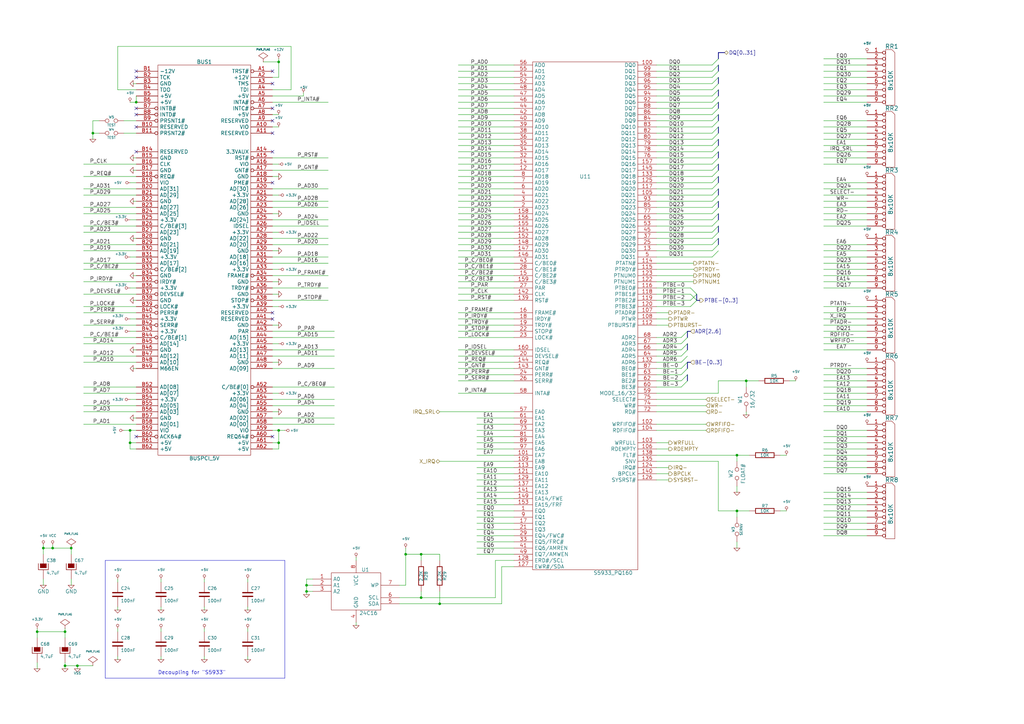
<source format=kicad_sch>
(kicad_sch (version 20200310) (host eeschema "(5.99.0-1545-g9916f24fa)")
  (page "A3")
  (title_block (title "Video") (date "Sun 22 Mar 2015") (rev "2.0B") (company "Kicad EDA") (comment 1 "Interface Bus PCI"))
  (junction (at 125.73 240.03))
  (junction (at 114.3 176.53))
  (junction (at 53.34 181.61))
  (junction (at 302.26 209.55))
  (junction (at 21.59 224.79))
  (junction (at 26.67 259.08))
  (junction (at 125.73 242.57))
  (junction (at 172.72 245.11))
  (junction (at 15.24 259.08))
  (junction (at 114.3 181.61))
  (junction (at 53.34 176.53))
  (junction (at 31.75 273.05))
  (junction (at 180.34 247.65))
  (junction (at 17.78 224.79))
  (junction (at 306.07 156.21))
  (junction (at 26.67 273.05))
  (junction (at 38.1 54.61))
  (junction (at 172.72 227.33))
  (junction (at 55.88 41.91))
  (junction (at 166.37 227.33))
  (junction (at 114.3 25.4))
  (junction (at 29.21 224.79))
  (junction (at 302.26 186.69))
  (no_connect (at 55.88 179.07))
  (no_connect (at 111.76 34.29))
  (no_connect (at 55.88 46.99))
  (no_connect (at 111.76 130.81))
  (no_connect (at 55.88 44.45))
  (no_connect (at 111.76 44.45))
  (no_connect (at 55.88 62.23))
  (no_connect (at 55.88 29.21))
  (no_connect (at 111.76 179.07))
  (no_connect (at 111.76 54.61))
  (no_connect (at 55.88 31.75))
  (no_connect (at 111.76 128.27))
  (no_connect (at 111.76 49.53))
  (no_connect (at 55.88 52.07))
  (no_connect (at 111.76 74.93))
  (no_connect (at 111.76 62.23))
  (no_connect (at 111.76 29.21))
  (bus_entry (at 279.4 138.43) (size 2.54 -2.54))
  (bus_entry (at 279.4 140.97) (size 2.54 -2.54))
  (bus_entry (at 279.4 143.51) (size 2.54 -2.54))
  (bus_entry (at 279.4 146.05) (size 2.54 -2.54))
  (bus_entry (at 279.4 148.59) (size 2.54 -2.54))
  (bus_entry (at 279.4 151.13) (size 2.54 -2.54))
  (bus_entry (at 279.4 153.67) (size 2.54 -2.54))
  (bus_entry (at 279.4 156.21) (size 2.54 -2.54))
  (bus_entry (at 279.4 158.75) (size 2.54 -2.54))
  (bus_entry (at 283.21 118.11) (size 2.54 2.54))
  (bus_entry (at 283.21 120.65) (size 2.54 2.54))
  (bus_entry (at 283.21 123.19) (size 2.54 -2.54))
  (bus_entry (at 283.21 125.73) (size 2.54 -2.54))
  (bus_entry (at 292.1 26.67) (size 2.54 -2.54))
  (bus_entry (at 292.1 29.21) (size 2.54 -2.54))
  (bus_entry (at 292.1 31.75) (size 2.54 -2.54))
  (bus_entry (at 292.1 34.29) (size 2.54 -2.54))
  (bus_entry (at 292.1 36.83) (size 2.54 -2.54))
  (bus_entry (at 292.1 39.37) (size 2.54 -2.54))
  (bus_entry (at 292.1 41.91) (size 2.54 -2.54))
  (bus_entry (at 292.1 44.45) (size 2.54 -2.54))
  (bus_entry (at 292.1 46.99) (size 2.54 -2.54))
  (bus_entry (at 292.1 49.53) (size 2.54 -2.54))
  (bus_entry (at 292.1 52.07) (size 2.54 -2.54))
  (bus_entry (at 292.1 54.61) (size 2.54 -2.54))
  (bus_entry (at 292.1 57.15) (size 2.54 -2.54))
  (bus_entry (at 292.1 59.69) (size 2.54 -2.54))
  (bus_entry (at 292.1 62.23) (size 2.54 -2.54))
  (bus_entry (at 292.1 64.77) (size 2.54 -2.54))
  (bus_entry (at 292.1 67.31) (size 2.54 -2.54))
  (bus_entry (at 292.1 69.85) (size 2.54 -2.54))
  (bus_entry (at 292.1 72.39) (size 2.54 -2.54))
  (bus_entry (at 292.1 74.93) (size 2.54 -2.54))
  (bus_entry (at 292.1 77.47) (size 2.54 -2.54))
  (bus_entry (at 292.1 80.01) (size 2.54 -2.54))
  (bus_entry (at 292.1 82.55) (size 2.54 -2.54))
  (bus_entry (at 292.1 85.09) (size 2.54 -2.54))
  (bus_entry (at 292.1 87.63) (size 2.54 -2.54))
  (bus_entry (at 292.1 90.17) (size 2.54 -2.54))
  (bus_entry (at 292.1 92.71) (size 2.54 -2.54))
  (bus_entry (at 292.1 95.25) (size 2.54 -2.54))
  (bus_entry (at 292.1 97.79) (size 2.54 -2.54))
  (bus_entry (at 292.1 100.33) (size 2.54 -2.54))
  (bus_entry (at 292.1 102.87) (size 2.54 -2.54))
  (bus_entry (at 292.1 105.41) (size 2.54 -2.54))
  (wire (pts (xy 15.24 257.81) (xy 15.24 259.08)))
  (wire (pts (xy 15.24 259.08) (xy 15.24 261.62)))
  (wire (pts (xy 15.24 259.08) (xy 26.67 259.08)))
  (wire (pts (xy 15.24 271.78) (xy 15.24 274.32)))
  (wire (pts (xy 17.78 223.52) (xy 17.78 224.79)))
  (wire (pts (xy 17.78 224.79) (xy 17.78 227.33)))
  (wire (pts (xy 17.78 224.79) (xy 21.59 224.79)))
  (wire (pts (xy 17.78 237.49) (xy 17.78 240.03)))
  (wire (pts (xy 21.59 223.52) (xy 21.59 224.79)))
  (wire (pts (xy 21.59 224.79) (xy 29.21 224.79)))
  (wire (pts (xy 26.67 257.81) (xy 26.67 259.08)))
  (wire (pts (xy 26.67 259.08) (xy 26.67 261.62)))
  (wire (pts (xy 26.67 271.78) (xy 26.67 273.05)))
  (wire (pts (xy 26.67 273.05) (xy 26.67 274.32)))
  (wire (pts (xy 26.67 273.05) (xy 31.75 273.05)))
  (wire (pts (xy 29.21 224.79) (xy 29.21 227.33)))
  (wire (pts (xy 29.21 237.49) (xy 29.21 240.03)))
  (wire (pts (xy 31.75 273.05) (xy 31.75 274.32)))
  (wire (pts (xy 31.75 273.05) (xy 38.1 273.05)))
  (wire (pts (xy 34.29 67.31) (xy 55.88 67.31)))
  (wire (pts (xy 34.29 72.39) (xy 55.88 72.39)))
  (wire (pts (xy 34.29 77.47) (xy 55.88 77.47)))
  (wire (pts (xy 34.29 80.01) (xy 55.88 80.01)))
  (wire (pts (xy 34.29 85.09) (xy 55.88 85.09)))
  (wire (pts (xy 34.29 87.63) (xy 55.88 87.63)))
  (wire (pts (xy 34.29 92.71) (xy 55.88 92.71)))
  (wire (pts (xy 34.29 95.25) (xy 55.88 95.25)))
  (wire (pts (xy 34.29 100.33) (xy 55.88 100.33)))
  (wire (pts (xy 34.29 102.87) (xy 55.88 102.87)))
  (wire (pts (xy 34.29 107.95) (xy 55.88 107.95)))
  (wire (pts (xy 34.29 110.49) (xy 55.88 110.49)))
  (wire (pts (xy 34.29 115.57) (xy 55.88 115.57)))
  (wire (pts (xy 34.29 120.65) (xy 55.88 120.65)))
  (wire (pts (xy 34.29 125.73) (xy 55.88 125.73)))
  (wire (pts (xy 34.29 128.27) (xy 55.88 128.27)))
  (wire (pts (xy 34.29 133.35) (xy 55.88 133.35)))
  (wire (pts (xy 34.29 138.43) (xy 55.88 138.43)))
  (wire (pts (xy 34.29 140.97) (xy 55.88 140.97)))
  (wire (pts (xy 34.29 146.05) (xy 55.88 146.05)))
  (wire (pts (xy 34.29 148.59) (xy 55.88 148.59)))
  (wire (pts (xy 34.29 158.75) (xy 55.88 158.75)))
  (wire (pts (xy 34.29 161.29) (xy 55.88 161.29)))
  (wire (pts (xy 34.29 166.37) (xy 55.88 166.37)))
  (wire (pts (xy 34.29 168.91) (xy 55.88 168.91)))
  (wire (pts (xy 34.29 173.99) (xy 55.88 173.99)))
  (wire (pts (xy 38.1 49.53) (xy 38.1 54.61)))
  (wire (pts (xy 38.1 54.61) (xy 38.1 57.15)))
  (wire (pts (xy 38.1 54.61) (xy 40.64 54.61)))
  (wire (pts (xy 40.64 49.53) (xy 38.1 49.53)))
  (wire (pts (xy 48.26 19.05) (xy 119.38 19.05)))
  (wire (pts (xy 48.26 36.83) (xy 48.26 19.05)))
  (wire (pts (xy 48.26 237.49) (xy 48.26 238.76)))
  (wire (pts (xy 48.26 248.92) (xy 48.26 250.19)))
  (wire (pts (xy 48.26 257.81) (xy 48.26 259.08)))
  (wire (pts (xy 48.26 269.24) (xy 48.26 270.51)))
  (wire (pts (xy 50.8 49.53) (xy 55.88 49.53)))
  (wire (pts (xy 50.8 54.61) (xy 55.88 54.61)))
  (wire (pts (xy 50.8 176.53) (xy 53.34 176.53)))
  (wire (pts (xy 53.34 74.93) (xy 55.88 74.93)))
  (wire (pts (xy 53.34 90.17) (xy 55.88 90.17)))
  (wire (pts (xy 53.34 105.41) (xy 55.88 105.41)))
  (wire (pts (xy 53.34 118.11) (xy 55.88 118.11)))
  (wire (pts (xy 53.34 130.81) (xy 55.88 130.81)))
  (wire (pts (xy 53.34 135.89) (xy 55.88 135.89)))
  (wire (pts (xy 53.34 163.83) (xy 55.88 163.83)))
  (wire (pts (xy 53.34 176.53) (xy 53.34 181.61)))
  (wire (pts (xy 53.34 176.53) (xy 55.88 176.53)))
  (wire (pts (xy 53.34 181.61) (xy 53.34 184.15)))
  (wire (pts (xy 53.34 181.61) (xy 55.88 181.61)))
  (wire (pts (xy 53.34 184.15) (xy 55.88 184.15)))
  (wire (pts (xy 54.61 69.85) (xy 55.88 69.85)))
  (wire (pts (xy 54.61 82.55) (xy 55.88 82.55)))
  (wire (pts (xy 54.61 97.79) (xy 55.88 97.79)))
  (wire (pts (xy 54.61 143.51) (xy 55.88 143.51)))
  (wire (pts (xy 54.61 171.45) (xy 55.88 171.45)))
  (wire (pts (xy 55.88 34.29) (xy 54.61 34.29)))
  (wire (pts (xy 55.88 36.83) (xy 48.26 36.83)))
  (wire (pts (xy 55.88 39.37) (xy 55.88 41.91)))
  (wire (pts (xy 55.88 41.91) (xy 53.34 41.91)))
  (wire (pts (xy 55.88 64.77) (xy 54.61 64.77)))
  (wire (pts (xy 55.88 113.03) (xy 54.61 113.03)))
  (wire (pts (xy 55.88 123.19) (xy 54.61 123.19)))
  (wire (pts (xy 55.88 151.13) (xy 54.61 151.13)))
  (wire (pts (xy 66.04 238.76) (xy 66.04 237.49)))
  (wire (pts (xy 66.04 250.19) (xy 66.04 248.92)))
  (wire (pts (xy 66.04 257.81) (xy 66.04 259.08)))
  (wire (pts (xy 66.04 269.24) (xy 66.04 270.51)))
  (wire (pts (xy 83.82 237.49) (xy 83.82 238.76)))
  (wire (pts (xy 83.82 250.19) (xy 83.82 248.92)))
  (wire (pts (xy 83.82 259.08) (xy 83.82 257.81)))
  (wire (pts (xy 83.82 269.24) (xy 83.82 270.51)))
  (wire (pts (xy 101.6 237.49) (xy 101.6 238.76)))
  (wire (pts (xy 101.6 250.19) (xy 101.6 248.92)))
  (wire (pts (xy 101.6 257.81) (xy 101.6 259.08)))
  (wire (pts (xy 101.6 269.24) (xy 101.6 270.51)))
  (wire (pts (xy 107.95 25.4) (xy 114.3 25.4)))
  (wire (pts (xy 111.76 36.83) (xy 119.38 36.83)))
  (wire (pts (xy 111.76 39.37) (xy 124.46 39.37)))
  (wire (pts (xy 111.76 41.91) (xy 134.62 41.91)))
  (wire (pts (xy 111.76 46.99) (xy 114.3 46.99)))
  (wire (pts (xy 111.76 52.07) (xy 114.3 52.07)))
  (wire (pts (xy 111.76 64.77) (xy 134.62 64.77)))
  (wire (pts (xy 111.76 67.31) (xy 114.3 67.31)))
  (wire (pts (xy 111.76 69.85) (xy 134.62 69.85)))
  (wire (pts (xy 111.76 72.39) (xy 114.3 72.39)))
  (wire (pts (xy 111.76 77.47) (xy 134.62 77.47)))
  (wire (pts (xy 111.76 80.01) (xy 114.3 80.01)))
  (wire (pts (xy 111.76 82.55) (xy 134.62 82.55)))
  (wire (pts (xy 111.76 85.09) (xy 134.62 85.09)))
  (wire (pts (xy 111.76 87.63) (xy 114.3 87.63)))
  (wire (pts (xy 111.76 90.17) (xy 134.62 90.17)))
  (wire (pts (xy 111.76 92.71) (xy 134.62 92.71)))
  (wire (pts (xy 111.76 95.25) (xy 114.3 95.25)))
  (wire (pts (xy 111.76 97.79) (xy 134.62 97.79)))
  (wire (pts (xy 111.76 100.33) (xy 134.62 100.33)))
  (wire (pts (xy 111.76 102.87) (xy 114.3 102.87)))
  (wire (pts (xy 111.76 105.41) (xy 134.62 105.41)))
  (wire (pts (xy 111.76 107.95) (xy 134.62 107.95)))
  (wire (pts (xy 111.76 110.49) (xy 114.3 110.49)))
  (wire (pts (xy 111.76 113.03) (xy 134.62 113.03)))
  (wire (pts (xy 111.76 115.57) (xy 114.3 115.57)))
  (wire (pts (xy 111.76 118.11) (xy 134.62 118.11)))
  (wire (pts (xy 111.76 120.65) (xy 114.3 120.65)))
  (wire (pts (xy 111.76 123.19) (xy 134.62 123.19)))
  (wire (pts (xy 111.76 125.73) (xy 114.3 125.73)))
  (wire (pts (xy 111.76 133.35) (xy 114.3 133.35)))
  (wire (pts (xy 111.76 135.89) (xy 137.16 135.89)))
  (wire (pts (xy 111.76 138.43) (xy 137.16 138.43)))
  (wire (pts (xy 111.76 140.97) (xy 114.3 140.97)))
  (wire (pts (xy 111.76 143.51) (xy 137.16 143.51)))
  (wire (pts (xy 111.76 146.05) (xy 137.16 146.05)))
  (wire (pts (xy 111.76 148.59) (xy 114.3 148.59)))
  (wire (pts (xy 111.76 151.13) (xy 137.16 151.13)))
  (wire (pts (xy 111.76 158.75) (xy 137.16 158.75)))
  (wire (pts (xy 111.76 161.29) (xy 114.3 161.29)))
  (wire (pts (xy 111.76 163.83) (xy 137.16 163.83)))
  (wire (pts (xy 111.76 166.37) (xy 137.16 166.37)))
  (wire (pts (xy 111.76 168.91) (xy 114.3 168.91)))
  (wire (pts (xy 111.76 171.45) (xy 137.16 171.45)))
  (wire (pts (xy 111.76 173.99) (xy 137.16 173.99)))
  (wire (pts (xy 111.76 176.53) (xy 114.3 176.53)))
  (wire (pts (xy 111.76 181.61) (xy 114.3 181.61)))
  (wire (pts (xy 114.3 24.13) (xy 114.3 25.4)))
  (wire (pts (xy 114.3 25.4) (xy 114.3 31.75)))
  (wire (pts (xy 114.3 31.75) (xy 111.76 31.75)))
  (wire (pts (xy 114.3 176.53) (xy 114.3 181.61)))
  (wire (pts (xy 114.3 176.53) (xy 116.84 176.53)))
  (wire (pts (xy 114.3 181.61) (xy 114.3 184.15)))
  (wire (pts (xy 114.3 184.15) (xy 111.76 184.15)))
  (wire (pts (xy 119.38 36.83) (xy 119.38 19.05)))
  (wire (pts (xy 124.46 39.37) (xy 124.46 38.1)))
  (wire (pts (xy 125.73 237.49) (xy 125.73 240.03)))
  (wire (pts (xy 125.73 237.49) (xy 128.27 237.49)))
  (wire (pts (xy 125.73 240.03) (xy 125.73 242.57)))
  (wire (pts (xy 125.73 240.03) (xy 128.27 240.03)))
  (wire (pts (xy 125.73 242.57) (xy 125.73 243.84)))
  (wire (pts (xy 125.73 242.57) (xy 128.27 242.57)))
  (wire (pts (xy 146.05 228.6) (xy 146.05 229.87)))
  (wire (pts (xy 146.05 255.27) (xy 146.05 256.54)))
  (wire (pts (xy 163.83 245.11) (xy 172.72 245.11)))
  (wire (pts (xy 163.83 247.65) (xy 180.34 247.65)))
  (wire (pts (xy 166.37 224.79) (xy 166.37 227.33)))
  (wire (pts (xy 166.37 227.33) (xy 166.37 240.03)))
  (wire (pts (xy 166.37 227.33) (xy 172.72 227.33)))
  (wire (pts (xy 166.37 240.03) (xy 163.83 240.03)))
  (wire (pts (xy 172.72 227.33) (xy 172.72 229.87)))
  (wire (pts (xy 172.72 227.33) (xy 180.34 227.33)))
  (wire (pts (xy 172.72 242.57) (xy 172.72 245.11)))
  (wire (pts (xy 172.72 245.11) (xy 203.2 245.11)))
  (wire (pts (xy 180.34 168.91) (xy 210.82 168.91)))
  (wire (pts (xy 180.34 189.23) (xy 210.82 189.23)))
  (wire (pts (xy 180.34 227.33) (xy 180.34 229.87)))
  (wire (pts (xy 180.34 242.57) (xy 180.34 247.65)))
  (wire (pts (xy 180.34 247.65) (xy 205.74 247.65)))
  (wire (pts (xy 187.96 26.67) (xy 210.82 26.67)))
  (wire (pts (xy 187.96 29.21) (xy 210.82 29.21)))
  (wire (pts (xy 187.96 31.75) (xy 210.82 31.75)))
  (wire (pts (xy 187.96 34.29) (xy 210.82 34.29)))
  (wire (pts (xy 187.96 36.83) (xy 210.82 36.83)))
  (wire (pts (xy 187.96 39.37) (xy 210.82 39.37)))
  (wire (pts (xy 187.96 41.91) (xy 210.82 41.91)))
  (wire (pts (xy 187.96 44.45) (xy 210.82 44.45)))
  (wire (pts (xy 187.96 46.99) (xy 210.82 46.99)))
  (wire (pts (xy 187.96 49.53) (xy 210.82 49.53)))
  (wire (pts (xy 187.96 52.07) (xy 210.82 52.07)))
  (wire (pts (xy 187.96 54.61) (xy 210.82 54.61)))
  (wire (pts (xy 187.96 57.15) (xy 210.82 57.15)))
  (wire (pts (xy 187.96 59.69) (xy 210.82 59.69)))
  (wire (pts (xy 187.96 62.23) (xy 210.82 62.23)))
  (wire (pts (xy 187.96 64.77) (xy 210.82 64.77)))
  (wire (pts (xy 187.96 67.31) (xy 210.82 67.31)))
  (wire (pts (xy 187.96 69.85) (xy 210.82 69.85)))
  (wire (pts (xy 187.96 72.39) (xy 210.82 72.39)))
  (wire (pts (xy 187.96 74.93) (xy 210.82 74.93)))
  (wire (pts (xy 187.96 77.47) (xy 210.82 77.47)))
  (wire (pts (xy 187.96 80.01) (xy 210.82 80.01)))
  (wire (pts (xy 187.96 82.55) (xy 210.82 82.55)))
  (wire (pts (xy 187.96 85.09) (xy 210.82 85.09)))
  (wire (pts (xy 187.96 87.63) (xy 210.82 87.63)))
  (wire (pts (xy 187.96 90.17) (xy 210.82 90.17)))
  (wire (pts (xy 187.96 92.71) (xy 210.82 92.71)))
  (wire (pts (xy 187.96 95.25) (xy 210.82 95.25)))
  (wire (pts (xy 187.96 97.79) (xy 210.82 97.79)))
  (wire (pts (xy 187.96 100.33) (xy 210.82 100.33)))
  (wire (pts (xy 187.96 102.87) (xy 210.82 102.87)))
  (wire (pts (xy 187.96 105.41) (xy 210.82 105.41)))
  (wire (pts (xy 187.96 107.95) (xy 210.82 107.95)))
  (wire (pts (xy 187.96 110.49) (xy 210.82 110.49)))
  (wire (pts (xy 187.96 113.03) (xy 210.82 113.03)))
  (wire (pts (xy 187.96 115.57) (xy 210.82 115.57)))
  (wire (pts (xy 187.96 118.11) (xy 210.82 118.11)))
  (wire (pts (xy 187.96 120.65) (xy 210.82 120.65)))
  (wire (pts (xy 187.96 123.19) (xy 210.82 123.19)))
  (wire (pts (xy 187.96 128.27) (xy 210.82 128.27)))
  (wire (pts (xy 187.96 130.81) (xy 210.82 130.81)))
  (wire (pts (xy 187.96 133.35) (xy 210.82 133.35)))
  (wire (pts (xy 187.96 135.89) (xy 210.82 135.89)))
  (wire (pts (xy 187.96 138.43) (xy 210.82 138.43)))
  (wire (pts (xy 187.96 143.51) (xy 210.82 143.51)))
  (wire (pts (xy 187.96 146.05) (xy 210.82 146.05)))
  (wire (pts (xy 187.96 148.59) (xy 210.82 148.59)))
  (wire (pts (xy 187.96 151.13) (xy 210.82 151.13)))
  (wire (pts (xy 187.96 153.67) (xy 210.82 153.67)))
  (wire (pts (xy 187.96 156.21) (xy 210.82 156.21)))
  (wire (pts (xy 187.96 161.29) (xy 210.82 161.29)))
  (wire (pts (xy 195.58 171.45) (xy 210.82 171.45)))
  (wire (pts (xy 195.58 173.99) (xy 210.82 173.99)))
  (wire (pts (xy 195.58 176.53) (xy 210.82 176.53)))
  (wire (pts (xy 195.58 179.07) (xy 210.82 179.07)))
  (wire (pts (xy 195.58 181.61) (xy 210.82 181.61)))
  (wire (pts (xy 195.58 184.15) (xy 210.82 184.15)))
  (wire (pts (xy 195.58 186.69) (xy 210.82 186.69)))
  (wire (pts (xy 195.58 191.77) (xy 210.82 191.77)))
  (wire (pts (xy 195.58 194.31) (xy 210.82 194.31)))
  (wire (pts (xy 195.58 196.85) (xy 210.82 196.85)))
  (wire (pts (xy 195.58 199.39) (xy 210.82 199.39)))
  (wire (pts (xy 195.58 201.93) (xy 210.82 201.93)))
  (wire (pts (xy 195.58 204.47) (xy 210.82 204.47)))
  (wire (pts (xy 195.58 207.01) (xy 210.82 207.01)))
  (wire (pts (xy 195.58 209.55) (xy 210.82 209.55)))
  (wire (pts (xy 195.58 212.09) (xy 210.82 212.09)))
  (wire (pts (xy 195.58 214.63) (xy 210.82 214.63)))
  (wire (pts (xy 195.58 217.17) (xy 210.82 217.17)))
  (wire (pts (xy 195.58 219.71) (xy 210.82 219.71)))
  (wire (pts (xy 195.58 222.25) (xy 210.82 222.25)))
  (wire (pts (xy 195.58 224.79) (xy 210.82 224.79)))
  (wire (pts (xy 195.58 227.33) (xy 210.82 227.33)))
  (wire (pts (xy 203.2 245.11) (xy 203.2 229.87)))
  (wire (pts (xy 205.74 247.65) (xy 205.74 232.41)))
  (wire (pts (xy 210.82 229.87) (xy 203.2 229.87)))
  (wire (pts (xy 210.82 232.41) (xy 205.74 232.41)))
  (wire (pts (xy 269.24 26.67) (xy 292.1 26.67)))
  (wire (pts (xy 269.24 29.21) (xy 292.1 29.21)))
  (wire (pts (xy 269.24 31.75) (xy 292.1 31.75)))
  (wire (pts (xy 269.24 34.29) (xy 292.1 34.29)))
  (wire (pts (xy 269.24 36.83) (xy 292.1 36.83)))
  (wire (pts (xy 269.24 39.37) (xy 292.1 39.37)))
  (wire (pts (xy 269.24 41.91) (xy 292.1 41.91)))
  (wire (pts (xy 269.24 44.45) (xy 292.1 44.45)))
  (wire (pts (xy 269.24 46.99) (xy 292.1 46.99)))
  (wire (pts (xy 269.24 49.53) (xy 292.1 49.53)))
  (wire (pts (xy 269.24 52.07) (xy 292.1 52.07)))
  (wire (pts (xy 269.24 54.61) (xy 292.1 54.61)))
  (wire (pts (xy 269.24 57.15) (xy 292.1 57.15)))
  (wire (pts (xy 269.24 59.69) (xy 292.1 59.69)))
  (wire (pts (xy 269.24 62.23) (xy 292.1 62.23)))
  (wire (pts (xy 269.24 64.77) (xy 292.1 64.77)))
  (wire (pts (xy 269.24 67.31) (xy 292.1 67.31)))
  (wire (pts (xy 269.24 69.85) (xy 292.1 69.85)))
  (wire (pts (xy 269.24 72.39) (xy 292.1 72.39)))
  (wire (pts (xy 269.24 74.93) (xy 292.1 74.93)))
  (wire (pts (xy 269.24 77.47) (xy 292.1 77.47)))
  (wire (pts (xy 269.24 80.01) (xy 292.1 80.01)))
  (wire (pts (xy 269.24 82.55) (xy 292.1 82.55)))
  (wire (pts (xy 269.24 85.09) (xy 292.1 85.09)))
  (wire (pts (xy 269.24 87.63) (xy 292.1 87.63)))
  (wire (pts (xy 269.24 90.17) (xy 292.1 90.17)))
  (wire (pts (xy 269.24 92.71) (xy 292.1 92.71)))
  (wire (pts (xy 269.24 95.25) (xy 292.1 95.25)))
  (wire (pts (xy 269.24 97.79) (xy 292.1 97.79)))
  (wire (pts (xy 269.24 100.33) (xy 292.1 100.33)))
  (wire (pts (xy 269.24 102.87) (xy 292.1 102.87)))
  (wire (pts (xy 269.24 105.41) (xy 292.1 105.41)))
  (wire (pts (xy 269.24 107.95) (xy 284.48 107.95)))
  (wire (pts (xy 269.24 110.49) (xy 284.48 110.49)))
  (wire (pts (xy 269.24 113.03) (xy 284.48 113.03)))
  (wire (pts (xy 269.24 115.57) (xy 284.48 115.57)))
  (wire (pts (xy 269.24 118.11) (xy 283.21 118.11)))
  (wire (pts (xy 269.24 120.65) (xy 283.21 120.65)))
  (wire (pts (xy 269.24 123.19) (xy 283.21 123.19)))
  (wire (pts (xy 269.24 125.73) (xy 283.21 125.73)))
  (wire (pts (xy 269.24 128.27) (xy 274.32 128.27)))
  (wire (pts (xy 269.24 130.81) (xy 274.32 130.81)))
  (wire (pts (xy 269.24 133.35) (xy 274.32 133.35)))
  (wire (pts (xy 269.24 138.43) (xy 279.4 138.43)))
  (wire (pts (xy 269.24 140.97) (xy 279.4 140.97)))
  (wire (pts (xy 269.24 143.51) (xy 279.4 143.51)))
  (wire (pts (xy 269.24 146.05) (xy 279.4 146.05)))
  (wire (pts (xy 269.24 148.59) (xy 279.4 148.59)))
  (wire (pts (xy 269.24 151.13) (xy 279.4 151.13)))
  (wire (pts (xy 269.24 153.67) (xy 279.4 153.67)))
  (wire (pts (xy 269.24 156.21) (xy 279.4 156.21)))
  (wire (pts (xy 269.24 158.75) (xy 279.4 158.75)))
  (wire (pts (xy 269.24 161.29) (xy 294.64 161.29)))
  (wire (pts (xy 269.24 163.83) (xy 289.56 163.83)))
  (wire (pts (xy 269.24 166.37) (xy 289.56 166.37)))
  (wire (pts (xy 269.24 168.91) (xy 289.56 168.91)))
  (wire (pts (xy 269.24 173.99) (xy 289.56 173.99)))
  (wire (pts (xy 269.24 176.53) (xy 289.56 176.53)))
  (wire (pts (xy 269.24 181.61) (xy 274.32 181.61)))
  (wire (pts (xy 269.24 184.15) (xy 274.32 184.15)))
  (wire (pts (xy 269.24 186.69) (xy 302.26 186.69)))
  (wire (pts (xy 269.24 189.23) (xy 294.64 189.23)))
  (wire (pts (xy 269.24 191.77) (xy 274.32 191.77)))
  (wire (pts (xy 269.24 194.31) (xy 274.32 194.31)))
  (wire (pts (xy 269.24 196.85) (xy 274.32 196.85)))
  (wire (pts (xy 294.64 156.21) (xy 306.07 156.21)))
  (wire (pts (xy 294.64 161.29) (xy 294.64 156.21)))
  (wire (pts (xy 294.64 189.23) (xy 294.64 209.55)))
  (wire (pts (xy 294.64 209.55) (xy 302.26 209.55)))
  (wire (pts (xy 302.26 186.69) (xy 302.26 189.23)))
  (wire (pts (xy 302.26 186.69) (xy 307.34 186.69)))
  (wire (pts (xy 302.26 199.39) (xy 302.26 201.93)))
  (wire (pts (xy 302.26 209.55) (xy 302.26 212.09)))
  (wire (pts (xy 302.26 209.55) (xy 307.34 209.55)))
  (wire (pts (xy 302.26 222.25) (xy 302.26 224.79)))
  (wire (pts (xy 306.07 156.21) (xy 306.07 158.75)))
  (wire (pts (xy 306.07 156.21) (xy 311.15 156.21)))
  (wire (pts (xy 306.07 170.18) (xy 306.07 168.91)))
  (wire (pts (xy 320.04 186.69) (xy 322.58 186.69)))
  (wire (pts (xy 320.04 209.55) (xy 322.58 209.55)))
  (wire (pts (xy 323.85 156.21) (xy 326.39 156.21)))
  (wire (pts (xy 337.82 24.13) (xy 355.6 24.13)))
  (wire (pts (xy 337.82 26.67) (xy 355.6 26.67)))
  (wire (pts (xy 337.82 29.21) (xy 355.6 29.21)))
  (wire (pts (xy 337.82 31.75) (xy 355.6 31.75)))
  (wire (pts (xy 337.82 34.29) (xy 355.6 34.29)))
  (wire (pts (xy 337.82 36.83) (xy 355.6 36.83)))
  (wire (pts (xy 337.82 39.37) (xy 355.6 39.37)))
  (wire (pts (xy 337.82 41.91) (xy 355.6 41.91)))
  (wire (pts (xy 337.82 49.53) (xy 355.6 49.53)))
  (wire (pts (xy 337.82 52.07) (xy 355.6 52.07)))
  (wire (pts (xy 337.82 54.61) (xy 355.6 54.61)))
  (wire (pts (xy 337.82 57.15) (xy 355.6 57.15)))
  (wire (pts (xy 337.82 59.69) (xy 355.6 59.69)))
  (wire (pts (xy 337.82 62.23) (xy 355.6 62.23)))
  (wire (pts (xy 337.82 64.77) (xy 355.6 64.77)))
  (wire (pts (xy 337.82 67.31) (xy 355.6 67.31)))
  (wire (pts (xy 337.82 74.93) (xy 355.6 74.93)))
  (wire (pts (xy 337.82 77.47) (xy 355.6 77.47)))
  (wire (pts (xy 337.82 80.01) (xy 355.6 80.01)))
  (wire (pts (xy 337.82 82.55) (xy 355.6 82.55)))
  (wire (pts (xy 337.82 85.09) (xy 355.6 85.09)))
  (wire (pts (xy 337.82 87.63) (xy 355.6 87.63)))
  (wire (pts (xy 337.82 90.17) (xy 355.6 90.17)))
  (wire (pts (xy 337.82 92.71) (xy 355.6 92.71)))
  (wire (pts (xy 337.82 100.33) (xy 355.6 100.33)))
  (wire (pts (xy 337.82 102.87) (xy 355.6 102.87)))
  (wire (pts (xy 337.82 105.41) (xy 355.6 105.41)))
  (wire (pts (xy 337.82 107.95) (xy 355.6 107.95)))
  (wire (pts (xy 337.82 110.49) (xy 355.6 110.49)))
  (wire (pts (xy 337.82 113.03) (xy 355.6 113.03)))
  (wire (pts (xy 337.82 115.57) (xy 355.6 115.57)))
  (wire (pts (xy 337.82 118.11) (xy 355.6 118.11)))
  (wire (pts (xy 337.82 125.73) (xy 355.6 125.73)))
  (wire (pts (xy 337.82 128.27) (xy 355.6 128.27)))
  (wire (pts (xy 337.82 130.81) (xy 355.6 130.81)))
  (wire (pts (xy 337.82 133.35) (xy 355.6 133.35)))
  (wire (pts (xy 337.82 135.89) (xy 355.6 135.89)))
  (wire (pts (xy 337.82 138.43) (xy 355.6 138.43)))
  (wire (pts (xy 337.82 140.97) (xy 355.6 140.97)))
  (wire (pts (xy 337.82 143.51) (xy 355.6 143.51)))
  (wire (pts (xy 337.82 151.13) (xy 355.6 151.13)))
  (wire (pts (xy 337.82 153.67) (xy 355.6 153.67)))
  (wire (pts (xy 337.82 156.21) (xy 355.6 156.21)))
  (wire (pts (xy 337.82 158.75) (xy 355.6 158.75)))
  (wire (pts (xy 337.82 161.29) (xy 355.6 161.29)))
  (wire (pts (xy 337.82 163.83) (xy 355.6 163.83)))
  (wire (pts (xy 337.82 166.37) (xy 355.6 166.37)))
  (wire (pts (xy 337.82 168.91) (xy 355.6 168.91)))
  (wire (pts (xy 337.82 176.53) (xy 355.6 176.53)))
  (wire (pts (xy 337.82 179.07) (xy 355.6 179.07)))
  (wire (pts (xy 337.82 181.61) (xy 355.6 181.61)))
  (wire (pts (xy 337.82 184.15) (xy 355.6 184.15)))
  (wire (pts (xy 337.82 186.69) (xy 355.6 186.69)))
  (wire (pts (xy 337.82 189.23) (xy 355.6 189.23)))
  (wire (pts (xy 337.82 191.77) (xy 355.6 191.77)))
  (wire (pts (xy 337.82 194.31) (xy 355.6 194.31)))
  (wire (pts (xy 337.82 201.93) (xy 355.6 201.93)))
  (wire (pts (xy 337.82 204.47) (xy 355.6 204.47)))
  (wire (pts (xy 337.82 207.01) (xy 355.6 207.01)))
  (wire (pts (xy 337.82 209.55) (xy 355.6 209.55)))
  (wire (pts (xy 337.82 212.09) (xy 355.6 212.09)))
  (wire (pts (xy 337.82 214.63) (xy 355.6 214.63)))
  (wire (pts (xy 337.82 217.17) (xy 355.6 217.17)))
  (wire (pts (xy 337.82 219.71) (xy 355.6 219.71)))
  (bus (pts (xy 281.94 135.89) (xy 281.94 140.97)))
  (bus (pts (xy 281.94 135.89) (xy 283.21 135.89)))
  (bus (pts (xy 281.94 140.97) (xy 281.94 146.05)))
  (bus (pts (xy 281.94 148.59) (xy 281.94 153.67)))
  (bus (pts (xy 281.94 148.59) (xy 283.21 148.59)))
  (bus (pts (xy 281.94 153.67) (xy 281.94 156.21)))
  (bus (pts (xy 285.75 123.19) (xy 285.75 120.65)))
  (bus (pts (xy 287.02 123.19) (xy 285.75 123.19)))
  (bus (pts (xy 294.64 21.59) (xy 294.64 26.67)))
  (bus (pts (xy 294.64 21.59) (xy 297.18 21.59)))
  (bus (pts (xy 294.64 26.67) (xy 294.64 31.75)))
  (bus (pts (xy 294.64 31.75) (xy 294.64 36.83)))
  (bus (pts (xy 294.64 36.83) (xy 294.64 41.91)))
  (bus (pts (xy 294.64 41.91) (xy 294.64 46.99)))
  (bus (pts (xy 294.64 46.99) (xy 294.64 52.07)))
  (bus (pts (xy 294.64 52.07) (xy 294.64 57.15)))
  (bus (pts (xy 294.64 57.15) (xy 294.64 62.23)))
  (bus (pts (xy 294.64 62.23) (xy 294.64 67.31)))
  (bus (pts (xy 294.64 67.31) (xy 294.64 72.39)))
  (bus (pts (xy 294.64 72.39) (xy 294.64 77.47)))
  (bus (pts (xy 294.64 77.47) (xy 294.64 82.55)))
  (bus (pts (xy 294.64 82.55) (xy 294.64 87.63)))
  (bus (pts (xy 294.64 87.63) (xy 294.64 92.71)))
  (bus (pts (xy 294.64 92.71) (xy 294.64 97.79)))
  (bus (pts (xy 294.64 97.79) (xy 294.64 102.87)))
  (polyline (pts (xy 43.18 278.13) (xy 43.18 229.87)))
  (polyline (pts (xy 43.18 278.13) (xy 116.84 278.13)))
  (polyline (pts (xy 116.84 229.87) (xy 43.18 229.87)))
  (polyline (pts (xy 116.84 278.13) (xy 116.84 229.87)))
  (text "Decoupling for \"S5933\"" (at 64.77 276.86 0) (effects (font (size 1.524 1.524)) (justify left bottom)))
  (label "P_CLK" (at 36.83 67.31 0) (effects (font (size 1.524 1.524))))
  (label "P_REQ#" (at 36.83 72.39 0) (effects (font (size 1.524 1.524))))
  (label "P_AD31" (at 36.83 77.47 0) (effects (font (size 1.524 1.524))))
  (label "P_AD29" (at 36.83 80.01 0) (effects (font (size 1.524 1.524))))
  (label "P_AD27" (at 36.83 85.09 0) (effects (font (size 1.524 1.524))))
  (label "P_AD25" (at 36.83 87.63 0) (effects (font (size 1.524 1.524))))
  (label "P_C/BE3#" (at 36.83 92.71 0) (effects (font (size 1.524 1.524))))
  (label "P_AD23" (at 36.83 95.25 0) (effects (font (size 1.524 1.524))))
  (label "P_AD21" (at 36.83 100.33 0) (effects (font (size 1.524 1.524))))
  (label "P_AD19" (at 36.83 102.87 0) (effects (font (size 1.524 1.524))))
  (label "P_AD17" (at 36.83 107.95 0) (effects (font (size 1.524 1.524))))
  (label "P_C/BE2#" (at 36.83 110.49 0) (effects (font (size 1.524 1.524))))
  (label "P_IRDY#" (at 36.83 115.57 0) (effects (font (size 1.524 1.524))))
  (label "P_DEVSEL#" (at 36.83 120.65 0) (effects (font (size 1.524 1.524))))
  (label "P_LOCK#" (at 36.83 125.73 0) (effects (font (size 1.524 1.524))))
  (label "P_PERR#" (at 36.83 128.27 0) (effects (font (size 1.524 1.524))))
  (label "P_SERR#" (at 36.83 133.35 0) (effects (font (size 1.524 1.524))))
  (label "P_C/BE1#" (at 36.83 138.43 0) (effects (font (size 1.524 1.524))))
  (label "P_AD14" (at 38.1 140.97 0) (effects (font (size 1.524 1.524))))
  (label "P_AD12" (at 38.1 146.05 0) (effects (font (size 1.524 1.524))))
  (label "P_AD10" (at 38.1 148.59 0) (effects (font (size 1.524 1.524))))
  (label "P_AD8" (at 38.1 158.75 0) (effects (font (size 1.524 1.524))))
  (label "P_AD7" (at 38.1 161.29 0) (effects (font (size 1.524 1.524))))
  (label "P_AD5" (at 38.1 166.37 0) (effects (font (size 1.524 1.524))))
  (label "P_AD3" (at 38.1 168.91 0) (effects (font (size 1.524 1.524))))
  (label "P_AD1" (at 38.1 173.99 0) (effects (font (size 1.524 1.524))))
  (label "P_INTA#" (at 121.92 41.91 0) (effects (font (size 1.524 1.524))))
  (label "P_RST#" (at 121.92 64.77 0) (effects (font (size 1.524 1.524))))
  (label "P_GNT#" (at 121.92 69.85 0) (effects (font (size 1.524 1.524))))
  (label "P_AD30" (at 121.92 77.47 0) (effects (font (size 1.524 1.524))))
  (label "P_AD28" (at 121.92 82.55 0) (effects (font (size 1.524 1.524))))
  (label "P_AD26" (at 121.92 85.09 0) (effects (font (size 1.524 1.524))))
  (label "P_AD24" (at 121.92 90.17 0) (effects (font (size 1.524 1.524))))
  (label "P_IDSEL" (at 121.92 92.71 0) (effects (font (size 1.524 1.524))))
  (label "P_AD22" (at 121.92 97.79 0) (effects (font (size 1.524 1.524))))
  (label "P_AD20" (at 121.92 100.33 0) (effects (font (size 1.524 1.524))))
  (label "P_AD18" (at 121.92 105.41 0) (effects (font (size 1.524 1.524))))
  (label "P_AD16" (at 121.92 107.95 0) (effects (font (size 1.524 1.524))))
  (label "P_FRAME#" (at 121.92 113.03 0) (effects (font (size 1.524 1.524))))
  (label "P_TRDY#" (at 121.92 118.11 0) (effects (font (size 1.524 1.524))))
  (label "P_STOP#" (at 121.92 123.19 0) (effects (font (size 1.524 1.524))))
  (label "P_PAR" (at 121.92 135.89 0) (effects (font (size 1.524 1.524))))
  (label "P_AD15" (at 121.92 138.43 0) (effects (font (size 1.524 1.524))))
  (label "P_AD13" (at 121.92 143.51 0) (effects (font (size 1.524 1.524))))
  (label "P_AD11" (at 121.92 146.05 0) (effects (font (size 1.524 1.524))))
  (label "P_AD9" (at 121.92 151.13 0) (effects (font (size 1.524 1.524))))
  (label "P_C/BE0#" (at 121.92 158.75 0) (effects (font (size 1.524 1.524))))
  (label "P_AD6" (at 121.92 163.83 0) (effects (font (size 1.524 1.524))))
  (label "P_AD4" (at 121.92 166.37 0) (effects (font (size 1.524 1.524))))
  (label "P_AD2" (at 121.92 171.45 0) (effects (font (size 1.524 1.524))))
  (label "P_AD0" (at 121.92 173.99 0) (effects (font (size 1.524 1.524))))
  (label "P_C/BE0#" (at 190.5 107.95 0) (effects (font (size 1.524 1.524))))
  (label "P_C/BE1#" (at 190.5 110.49 0) (effects (font (size 1.524 1.524))))
  (label "P_C/BE2#" (at 190.5 113.03 0) (effects (font (size 1.524 1.524))))
  (label "P_C/BE3#" (at 190.5 115.57 0) (effects (font (size 1.524 1.524))))
  (label "P_FRAME#" (at 190.5 128.27 0) (effects (font (size 1.524 1.524))))
  (label "P_IRDY#" (at 190.5 130.81 0) (effects (font (size 1.524 1.524))))
  (label "P_TRDY#" (at 190.5 133.35 0) (effects (font (size 1.524 1.524))))
  (label "P_STOP#" (at 190.5 135.89 0) (effects (font (size 1.524 1.524))))
  (label "P_LOCK#" (at 190.5 138.43 0) (effects (font (size 1.524 1.524))))
  (label "P_IDSEL" (at 190.5 143.51 0) (effects (font (size 1.524 1.524))))
  (label "P_DEVSEL#" (at 190.5 146.05 0) (effects (font (size 1.524 1.524))))
  (label "P_REQ#" (at 190.5 148.59 0) (effects (font (size 1.524 1.524))))
  (label "P_GNT#" (at 190.5 151.13 0) (effects (font (size 1.524 1.524))))
  (label "P_PERR#" (at 190.5 153.67 0) (effects (font (size 1.524 1.524))))
  (label "P_SERR#" (at 190.5 156.21 0) (effects (font (size 1.524 1.524))))
  (label "P_INTA#" (at 190.5 161.29 0) (effects (font (size 1.524 1.524))))
  (label "P_AD0" (at 193.04 26.67 0) (effects (font (size 1.524 1.524))))
  (label "P_AD1" (at 193.04 29.21 0) (effects (font (size 1.524 1.524))))
  (label "P_AD2" (at 193.04 31.75 0) (effects (font (size 1.524 1.524))))
  (label "P_AD3" (at 193.04 34.29 0) (effects (font (size 1.524 1.524))))
  (label "P_AD4" (at 193.04 36.83 0) (effects (font (size 1.524 1.524))))
  (label "P_AD5" (at 193.04 39.37 0) (effects (font (size 1.524 1.524))))
  (label "P_AD6" (at 193.04 41.91 0) (effects (font (size 1.524 1.524))))
  (label "P_AD7" (at 193.04 44.45 0) (effects (font (size 1.524 1.524))))
  (label "P_AD8" (at 193.04 46.99 0) (effects (font (size 1.524 1.524))))
  (label "P_AD9" (at 193.04 49.53 0) (effects (font (size 1.524 1.524))))
  (label "P_AD10" (at 193.04 52.07 0) (effects (font (size 1.524 1.524))))
  (label "P_AD11" (at 193.04 54.61 0) (effects (font (size 1.524 1.524))))
  (label "P_AD12" (at 193.04 57.15 0) (effects (font (size 1.524 1.524))))
  (label "P_AD13" (at 193.04 59.69 0) (effects (font (size 1.524 1.524))))
  (label "P_AD14" (at 193.04 62.23 0) (effects (font (size 1.524 1.524))))
  (label "P_AD15" (at 193.04 64.77 0) (effects (font (size 1.524 1.524))))
  (label "P_AD16" (at 193.04 67.31 0) (effects (font (size 1.524 1.524))))
  (label "P_AD17" (at 193.04 69.85 0) (effects (font (size 1.524 1.524))))
  (label "P_AD18" (at 193.04 72.39 0) (effects (font (size 1.524 1.524))))
  (label "P_AD19" (at 193.04 74.93 0) (effects (font (size 1.524 1.524))))
  (label "P_AD20" (at 193.04 77.47 0) (effects (font (size 1.524 1.524))))
  (label "P_AD21" (at 193.04 80.01 0) (effects (font (size 1.524 1.524))))
  (label "P_AD22" (at 193.04 82.55 0) (effects (font (size 1.524 1.524))))
  (label "P_AD23" (at 193.04 85.09 0) (effects (font (size 1.524 1.524))))
  (label "P_AD24" (at 193.04 87.63 0) (effects (font (size 1.524 1.524))))
  (label "P_AD25" (at 193.04 90.17 0) (effects (font (size 1.524 1.524))))
  (label "P_AD26" (at 193.04 92.71 0) (effects (font (size 1.524 1.524))))
  (label "P_AD27" (at 193.04 95.25 0) (effects (font (size 1.524 1.524))))
  (label "P_AD28" (at 193.04 97.79 0) (effects (font (size 1.524 1.524))))
  (label "P_AD29" (at 193.04 100.33 0) (effects (font (size 1.524 1.524))))
  (label "P_AD30" (at 193.04 102.87 0) (effects (font (size 1.524 1.524))))
  (label "P_AD31" (at 193.04 105.41 0) (effects (font (size 1.524 1.524))))
  (label "P_PAR" (at 193.04 118.11 0) (effects (font (size 1.524 1.524))))
  (label "P_CLK" (at 193.04 120.65 0) (effects (font (size 1.524 1.524))))
  (label "P_RST#" (at 193.04 123.19 0) (effects (font (size 1.524 1.524))))
  (label "EA1" (at 198.12 171.45 0) (effects (font (size 1.524 1.524))))
  (label "EA2" (at 198.12 173.99 0) (effects (font (size 1.524 1.524))))
  (label "EA3" (at 198.12 176.53 0) (effects (font (size 1.524 1.524))))
  (label "EA4" (at 198.12 179.07 0) (effects (font (size 1.524 1.524))))
  (label "EA5" (at 198.12 181.61 0) (effects (font (size 1.524 1.524))))
  (label "EA6" (at 198.12 184.15 0) (effects (font (size 1.524 1.524))))
  (label "EA7" (at 198.12 186.69 0) (effects (font (size 1.524 1.524))))
  (label "EA9" (at 198.12 191.77 0) (effects (font (size 1.524 1.524))))
  (label "EA10" (at 198.12 194.31 0) (effects (font (size 1.524 1.524))))
  (label "EA11" (at 198.12 196.85 0) (effects (font (size 1.524 1.524))))
  (label "EA12" (at 198.12 199.39 0) (effects (font (size 1.524 1.524))))
  (label "EA13" (at 198.12 201.93 0) (effects (font (size 1.524 1.524))))
  (label "EA14" (at 198.12 204.47 0) (effects (font (size 1.524 1.524))))
  (label "EA15" (at 198.12 207.01 0) (effects (font (size 1.524 1.524))))
  (label "EQ0" (at 198.12 209.55 0) (effects (font (size 1.524 1.524))))
  (label "EQ1" (at 198.12 212.09 0) (effects (font (size 1.524 1.524))))
  (label "EQ2" (at 198.12 214.63 0) (effects (font (size 1.524 1.524))))
  (label "EQ3" (at 198.12 217.17 0) (effects (font (size 1.524 1.524))))
  (label "EQ4" (at 198.12 219.71 0) (effects (font (size 1.524 1.524))))
  (label "EQ5" (at 198.12 222.25 0) (effects (font (size 1.524 1.524))))
  (label "EQ6" (at 198.12 224.79 0) (effects (font (size 1.524 1.524))))
  (label "EQ7" (at 198.12 227.33 0) (effects (font (size 1.524 1.524))))
  (label "PTBE-0" (at 271.78 118.11 0) (effects (font (size 1.524 1.524))))
  (label "PTBE-1" (at 271.78 120.65 0) (effects (font (size 1.524 1.524))))
  (label "PTBE-2" (at 271.78 123.19 0) (effects (font (size 1.524 1.524))))
  (label "PTBE-3" (at 271.78 125.73 0) (effects (font (size 1.524 1.524))))
  (label "ADR2" (at 271.78 138.43 0) (effects (font (size 1.524 1.524))))
  (label "ADR3" (at 271.78 140.97 0) (effects (font (size 1.524 1.524))))
  (label "ADR4" (at 271.78 143.51 0) (effects (font (size 1.524 1.524))))
  (label "ADR5" (at 271.78 146.05 0) (effects (font (size 1.524 1.524))))
  (label "ADR6" (at 271.78 148.59 0) (effects (font (size 1.524 1.524))))
  (label "BE-0" (at 271.78 151.13 0) (effects (font (size 1.524 1.524))))
  (label "BE-1" (at 271.78 153.67 0) (effects (font (size 1.524 1.524))))
  (label "BE-2" (at 271.78 156.21 0) (effects (font (size 1.524 1.524))))
  (label "BE-3" (at 271.78 158.75 0) (effects (font (size 1.524 1.524))))
  (label "DQ0" (at 274.32 26.67 0) (effects (font (size 1.524 1.524))))
  (label "DQ1" (at 274.32 29.21 0) (effects (font (size 1.524 1.524))))
  (label "DQ2" (at 274.32 31.75 0) (effects (font (size 1.524 1.524))))
  (label "DQ3" (at 274.32 34.29 0) (effects (font (size 1.524 1.524))))
  (label "DQ4" (at 274.32 36.83 0) (effects (font (size 1.524 1.524))))
  (label "DQ5" (at 274.32 39.37 0) (effects (font (size 1.524 1.524))))
  (label "DQ6" (at 274.32 41.91 0) (effects (font (size 1.524 1.524))))
  (label "DQ7" (at 274.32 44.45 0) (effects (font (size 1.524 1.524))))
  (label "DQ8" (at 274.32 46.99 0) (effects (font (size 1.524 1.524))))
  (label "DQ9" (at 274.32 49.53 0) (effects (font (size 1.524 1.524))))
  (label "DQ10" (at 274.32 52.07 0) (effects (font (size 1.524 1.524))))
  (label "DQ11" (at 274.32 54.61 0) (effects (font (size 1.524 1.524))))
  (label "DQ12" (at 274.32 57.15 0) (effects (font (size 1.524 1.524))))
  (label "DQ13" (at 274.32 59.69 0) (effects (font (size 1.524 1.524))))
  (label "DQ14" (at 274.32 62.23 0) (effects (font (size 1.524 1.524))))
  (label "DQ15" (at 274.32 64.77 0) (effects (font (size 1.524 1.524))))
  (label "DQ16" (at 274.32 67.31 0) (effects (font (size 1.524 1.524))))
  (label "DQ17" (at 274.32 69.85 0) (effects (font (size 1.524 1.524))))
  (label "DQ18" (at 274.32 72.39 0) (effects (font (size 1.524 1.524))))
  (label "DQ19" (at 274.32 74.93 0) (effects (font (size 1.524 1.524))))
  (label "DQ20" (at 274.32 77.47 0) (effects (font (size 1.524 1.524))))
  (label "DQ21" (at 274.32 80.01 0) (effects (font (size 1.524 1.524))))
  (label "DQ22" (at 274.32 82.55 0) (effects (font (size 1.524 1.524))))
  (label "DQ23" (at 274.32 85.09 0) (effects (font (size 1.524 1.524))))
  (label "DQ24" (at 274.32 87.63 0) (effects (font (size 1.524 1.524))))
  (label "DQ25" (at 274.32 90.17 0) (effects (font (size 1.524 1.524))))
  (label "DQ26" (at 274.32 92.71 0) (effects (font (size 1.524 1.524))))
  (label "DQ27" (at 274.32 95.25 0) (effects (font (size 1.524 1.524))))
  (label "DQ28" (at 274.32 97.79 0) (effects (font (size 1.524 1.524))))
  (label "DQ29" (at 274.32 100.33 0) (effects (font (size 1.524 1.524))))
  (label "DQ30" (at 274.32 102.87 0) (effects (font (size 1.524 1.524))))
  (label "DQ31" (at 274.32 105.41 0) (effects (font (size 1.524 1.524))))
  (label "IRQ_SRL" (at 340.36 62.23 0) (effects (font (size 1.524 1.524))))
  (label "SELECT-" (at 340.36 80.01 0) (effects (font (size 1.524 1.524))))
  (label "PTATN-" (at 340.36 125.73 0) (effects (font (size 1.524 1.524))))
  (label "X_IRQ" (at 340.36 130.81 0) (effects (font (size 1.524 1.524))))
  (label "PTADR-" (at 340.36 133.35 0) (effects (font (size 1.524 1.524))))
  (label "RDFIFO-" (at 340.36 138.43 0) (effects (font (size 1.524 1.524))))
  (label "WRFIFO-" (at 340.36 140.97 0) (effects (font (size 1.524 1.524))))
  (label "PTRDY-" (at 340.36 151.13 0) (effects (font (size 1.524 1.524))))
  (label "EQ0" (at 342.9 24.13 0) (effects (font (size 1.524 1.524))))
  (label "DQ31" (at 342.9 26.67 0) (effects (font (size 1.524 1.524))))
  (label "EQ1" (at 342.9 29.21 0) (effects (font (size 1.524 1.524))))
  (label "DQ30" (at 342.9 31.75 0) (effects (font (size 1.524 1.524))))
  (label "EQ2" (at 342.9 34.29 0) (effects (font (size 1.524 1.524))))
  (label "EQ3" (at 342.9 36.83 0) (effects (font (size 1.524 1.524))))
  (label "DQ29" (at 342.9 39.37 0) (effects (font (size 1.524 1.524))))
  (label "EQ4" (at 342.9 41.91 0) (effects (font (size 1.524 1.524))))
  (label "EQ6" (at 342.9 49.53 0) (effects (font (size 1.524 1.524))))
  (label "DQ28" (at 342.9 52.07 0) (effects (font (size 1.524 1.524))))
  (label "EQ5" (at 342.9 54.61 0) (effects (font (size 1.524 1.524))))
  (label "DQ27" (at 342.9 57.15 0) (effects (font (size 1.524 1.524))))
  (label "EA1" (at 342.9 59.69 0) (effects (font (size 1.524 1.524))))
  (label "DQ26" (at 342.9 64.77 0) (effects (font (size 1.524 1.524))))
  (label "EQ7" (at 342.9 67.31 0) (effects (font (size 1.524 1.524))))
  (label "EA4" (at 342.9 74.93 0) (effects (font (size 1.524 1.524))))
  (label "DQ24" (at 342.9 77.47 0) (effects (font (size 1.524 1.524))))
  (label "WR-" (at 342.9 82.55 0) (effects (font (size 1.524 1.524))))
  (label "EA3" (at 342.9 85.09 0) (effects (font (size 1.524 1.524))))
  (label "RD-" (at 342.9 87.63 0) (effects (font (size 1.524 1.524))))
  (label "EA2" (at 342.9 90.17 0) (effects (font (size 1.524 1.524))))
  (label "DQ25" (at 342.9 92.71 0) (effects (font (size 1.524 1.524))))
  (label "EA6" (at 342.9 100.33 0) (effects (font (size 1.524 1.524))))
  (label "DQ22" (at 342.9 102.87 0) (effects (font (size 1.524 1.524))))
  (label "EA5" (at 342.9 105.41 0) (effects (font (size 1.524 1.524))))
  (label "DQ23" (at 342.9 107.95 0) (effects (font (size 1.524 1.524))))
  (label "EA15" (at 342.9 110.49 0) (effects (font (size 1.524 1.524))))
  (label "DQ16" (at 342.9 113.03 0) (effects (font (size 1.524 1.524))))
  (label "EA14" (at 342.9 115.57 0) (effects (font (size 1.524 1.524))))
  (label "DQ17" (at 342.9 118.11 0) (effects (font (size 1.524 1.524))))
  (label "EA9" (at 342.9 128.27 0) (effects (font (size 1.524 1.524))))
  (label "DQ21" (at 342.9 135.89 0) (effects (font (size 1.524 1.524))))
  (label "EA7" (at 342.9 143.51 0) (effects (font (size 1.524 1.524))))
  (label "DQ20" (at 342.9 153.67 0) (effects (font (size 1.524 1.524))))
  (label "EA13" (at 342.9 156.21 0) (effects (font (size 1.524 1.524))))
  (label "EA12" (at 342.9 158.75 0) (effects (font (size 1.524 1.524))))
  (label "DQ18" (at 342.9 161.29 0) (effects (font (size 1.524 1.524))))
  (label "EA11" (at 342.9 163.83 0) (effects (font (size 1.524 1.524))))
  (label "DQ19" (at 342.9 166.37 0) (effects (font (size 1.524 1.524))))
  (label "EA10" (at 342.9 168.91 0) (effects (font (size 1.524 1.524))))
  (label "DQ0" (at 342.9 176.53 0) (effects (font (size 1.524 1.524))))
  (label "DQ1" (at 342.9 179.07 0) (effects (font (size 1.524 1.524))))
  (label "DQ2" (at 342.9 181.61 0) (effects (font (size 1.524 1.524))))
  (label "DQ3" (at 342.9 184.15 0) (effects (font (size 1.524 1.524))))
  (label "DQ4" (at 342.9 186.69 0) (effects (font (size 1.524 1.524))))
  (label "DQ5" (at 342.9 189.23 0) (effects (font (size 1.524 1.524))))
  (label "DQ6" (at 342.9 191.77 0) (effects (font (size 1.524 1.524))))
  (label "DQ7" (at 342.9 194.31 0) (effects (font (size 1.524 1.524))))
  (label "DQ15" (at 342.9 201.93 0) (effects (font (size 1.524 1.524))))
  (label "DQ14" (at 342.9 204.47 0) (effects (font (size 1.524 1.524))))
  (label "DQ13" (at 342.9 207.01 0) (effects (font (size 1.524 1.524))))
  (label "DQ12" (at 342.9 209.55 0) (effects (font (size 1.524 1.524))))
  (label "DQ11" (at 342.9 212.09 0) (effects (font (size 1.524 1.524))))
  (label "DQ10" (at 342.9 214.63 0) (effects (font (size 1.524 1.524))))
  (label "DQ9" (at 342.9 217.17 0) (effects (font (size 1.524 1.524))))
  (label "DQ8" (at 342.9 219.71 0) (effects (font (size 1.524 1.524))))
  (hierarchical_label "IRQ_SRL" (shape bidirectional) (at 180.34 168.91 180) (effects (font (size 1.524 1.524))))
  (hierarchical_label "X_IRQ" (shape bidirectional) (at 180.34 189.23 180) (effects (font (size 1.524 1.524))))
  (hierarchical_label "PTADR-" (shape output) (at 274.32 128.27 0) (effects (font (size 1.524 1.524))))
  (hierarchical_label "PTWR" (shape output) (at 274.32 130.81 0) (effects (font (size 1.524 1.524))))
  (hierarchical_label "PTBURST-" (shape output) (at 274.32 133.35 0) (effects (font (size 1.524 1.524))))
  (hierarchical_label "WRFULL" (shape output) (at 274.32 181.61 0) (effects (font (size 1.524 1.524))))
  (hierarchical_label "RDEMPTY" (shape output) (at 274.32 184.15 0) (effects (font (size 1.524 1.524))))
  (hierarchical_label "IRQ-" (shape output) (at 274.32 191.77 0) (effects (font (size 1.524 1.524))))
  (hierarchical_label "BPCLK" (shape output) (at 274.32 194.31 0) (effects (font (size 1.524 1.524))))
  (hierarchical_label "SYSRST-" (shape output) (at 274.32 196.85 0) (effects (font (size 1.524 1.524))))
  (hierarchical_label "ADR[2..6]" (shape input) (at 283.21 135.89 0) (effects (font (size 1.524 1.524))))
  (hierarchical_label "BE-[0..3]" (shape input) (at 283.21 148.59 0) (effects (font (size 1.524 1.524))))
  (hierarchical_label "PTATN-" (shape output) (at 284.48 107.95 0) (effects (font (size 1.524 1.524))))
  (hierarchical_label "PTRDY-" (shape input) (at 284.48 110.49 0) (effects (font (size 1.524 1.524))))
  (hierarchical_label "PTNUM0" (shape output) (at 284.48 113.03 0) (effects (font (size 1.524 1.524))))
  (hierarchical_label "PTNUM1" (shape output) (at 284.48 115.57 0) (effects (font (size 1.524 1.524))))
  (hierarchical_label "PTBE-[0..3]" (shape output) (at 287.02 123.19 0) (effects (font (size 1.524 1.524))))
  (hierarchical_label "SELECT-" (shape input) (at 289.56 163.83 0) (effects (font (size 1.524 1.524))))
  (hierarchical_label "WR-" (shape input) (at 289.56 166.37 0) (effects (font (size 1.524 1.524))))
  (hierarchical_label "RD-" (shape input) (at 289.56 168.91 0) (effects (font (size 1.524 1.524))))
  (hierarchical_label "WRFIFO-" (shape input) (at 289.56 173.99 0) (effects (font (size 1.524 1.524))))
  (hierarchical_label "RDFIFO-" (shape input) (at 289.56 176.53 0) (effects (font (size 1.524 1.524))))
  (hierarchical_label "DQ[0..31]" (shape bidirectional) (at 297.18 21.59 0) (effects (font (size 1.524 1.524))))
  (symbol (lib_id "video_schlib:+12V") (at 114.3 24.13 0) (unit 1)
    (property "Reference" "#+0131" (effects hide))
    (property "Value" "+12V" (at 114.3 20.32 0) (effects (font (size 1.016 1.016))))
  )
  (symbol (lib_id "video_schlib:+5V") (at 17.78 223.52 0) (unit 1)
    (property "Reference" "#+0129" (effects hide))
    (property "Value" "+5V" (at 17.78 219.71 0) (effects (font (size 1.016 1.016))))
  )
  (symbol (lib_id "video_schlib:VCC") (at 21.59 223.52 0) (unit 1)
    (property "Reference" "#PWR081" (effects hide))
    (property "Value" "VCC" (at 21.59 219.71 0) (effects (font (size 1.016 1.016))))
  )
  (symbol (lib_id "video_schlib:+5V") (at 48.26 237.49 0) (unit 1)
    (property "Reference" "#+0119" (effects hide))
    (property "Value" "+5V" (at 48.26 233.68 0) (effects (font (size 1.016 1.016))))
  )
  (symbol (lib_id "video_schlib:+5V") (at 48.26 257.81 0) (unit 1)
    (property "Reference" "#+0123" (effects hide))
    (property "Value" "+5V" (at 48.26 254 0) (effects (font (size 1.016 1.016))))
  )
  (symbol (lib_id "video_schlib:+5V") (at 50.8 176.53 90) (unit 1)
    (property "Reference" "#+0146" (effects hide))
    (property "Value" "+5V" (at 46.99 176.53 0) (effects (font (size 1.016 1.016))))
  )
  (symbol (lib_id "video_schlib:+5V") (at 53.34 41.91 0) (unit 1)
    (property "Reference" "#+0147" (effects hide))
    (property "Value" "+5V" (at 53.34 38.1 0) (effects (font (size 1.016 1.016))))
  )
  (symbol (lib_id "video_schlib:+5V") (at 53.34 74.93 90) (unit 1)
    (property "Reference" "#+0148" (effects hide))
    (property "Value" "+5V" (at 48.26 74.93 90) (effects (font (size 1.016 1.016))))
  )
  (symbol (lib_id "video_schlib:+5V") (at 66.04 237.49 0) (unit 1)
    (property "Reference" "#+0120" (effects hide))
    (property "Value" "+5V" (at 66.04 233.68 0) (effects (font (size 1.016 1.016))))
  )
  (symbol (lib_id "video_schlib:+5V") (at 66.04 257.81 0) (unit 1)
    (property "Reference" "#+0124" (effects hide))
    (property "Value" "+5V" (at 66.04 254 0) (effects (font (size 1.016 1.016))))
  )
  (symbol (lib_id "video_schlib:+5V") (at 83.82 237.49 0) (unit 1)
    (property "Reference" "#+0121" (effects hide))
    (property "Value" "+5V" (at 83.82 233.68 0) (effects (font (size 1.016 1.016))))
  )
  (symbol (lib_id "video_schlib:+5V") (at 83.82 257.81 0) (unit 1)
    (property "Reference" "#+0125" (effects hide))
    (property "Value" "+5V" (at 83.82 254 0) (effects (font (size 1.016 1.016))))
  )
  (symbol (lib_id "video_schlib:+5V") (at 101.6 237.49 0) (unit 1)
    (property "Reference" "#+0122" (effects hide))
    (property "Value" "+5V" (at 101.6 233.68 0) (effects (font (size 1.016 1.016))))
  )
  (symbol (lib_id "video_schlib:+5V") (at 101.6 257.81 0) (unit 1)
    (property "Reference" "#+0126" (effects hide))
    (property "Value" "+5V" (at 101.6 254 0) (effects (font (size 1.016 1.016))))
  )
  (symbol (lib_id "video_schlib:+5V") (at 114.3 46.99 0) (unit 1)
    (property "Reference" "#+0157" (effects hide))
    (property "Value" "+5V" (at 114.3 43.18 0) (effects (font (size 1.016 1.016))))
  )
  (symbol (lib_id "video_schlib:+5V") (at 114.3 52.07 0) (unit 1)
    (property "Reference" "#+0158" (effects hide))
    (property "Value" "+5V" (at 114.3 48.26 0) (effects (font (size 1.016 1.016))))
  )
  (symbol (lib_id "video_schlib:+5V") (at 114.3 67.31 270) (unit 1)
    (property "Reference" "#+0159" (effects hide))
    (property "Value" "+5V" (at 118.11 67.31 90) (effects (font (size 1.016 1.016))))
  )
  (symbol (lib_id "video_schlib:+5V") (at 116.84 176.53 270) (unit 1)
    (property "Reference" "#+0153" (effects hide))
    (property "Value" "+5V" (at 120.65 176.53 90) (effects (font (size 1.016 1.016))))
  )
  (symbol (lib_id "video_schlib:+5V") (at 124.46 38.1 0) (unit 1)
    (property "Reference" "#+0130" (effects hide))
    (property "Value" "+5V" (at 124.46 35.814 0) (effects (font (size 1.016 1.016))))
  )
  (symbol (lib_id "video_schlib:+5V") (at 146.05 228.6 0) (unit 1)
    (property "Reference" "#+0161" (effects hide))
    (property "Value" "+5V" (at 146.05 224.79 0) (effects (font (size 1.016 1.016))))
  )
  (symbol (lib_id "video_schlib:+5V") (at 166.37 224.79 0) (unit 1)
    (property "Reference" "#+0118" (effects hide))
    (property "Value" "+5V" (at 166.37 220.98 0) (effects (font (size 1.016 1.016))))
  )
  (symbol (lib_id "video_schlib:+5V") (at 322.58 186.69 0) (unit 1)
    (property "Reference" "#+0155" (effects hide))
    (property "Value" "+5V" (at 322.58 182.88 0) (effects (font (size 1.016 1.016))))
  )
  (symbol (lib_id "video_schlib:+5V") (at 322.58 209.55 0) (unit 1)
    (property "Reference" "#+0156" (effects hide))
    (property "Value" "+5V" (at 322.58 205.74 0) (effects (font (size 1.016 1.016))))
  )
  (symbol (lib_id "video_schlib:+5V") (at 326.39 156.21 0) (unit 1)
    (property "Reference" "#+0154" (effects hide))
    (property "Value" "+5V" (at 326.39 152.4 0) (effects (font (size 1.016 1.016))))
  )
  (symbol (lib_id "video_schlib:+5V") (at 355.6 21.59 0) (unit 1)
    (property "Reference" "#+0132" (effects hide))
    (property "Value" "+5V" (at 355.6 17.78 0) (effects (font (size 1.016 1.016))))
  )
  (symbol (lib_id "video_schlib:+5V") (at 355.6 46.99 0) (unit 1)
    (property "Reference" "#+0133" (effects hide))
    (property "Value" "+5V" (at 355.6 43.18 0) (effects (font (size 1.016 1.016))))
  )
  (symbol (lib_id "video_schlib:+5V") (at 355.6 72.39 0) (unit 1)
    (property "Reference" "#+0134" (effects hide))
    (property "Value" "+5V" (at 355.6 68.58 0) (effects (font (size 1.016 1.016))))
  )
  (symbol (lib_id "video_schlib:+5V") (at 355.6 97.79 0) (unit 1)
    (property "Reference" "#+0135" (effects hide))
    (property "Value" "+5V" (at 355.6 93.98 0) (effects (font (size 1.016 1.016))))
  )
  (symbol (lib_id "video_schlib:+5V") (at 355.6 123.19 0) (unit 1)
    (property "Reference" "#+0136" (effects hide))
    (property "Value" "+5V" (at 355.6 119.38 0) (effects (font (size 1.016 1.016))))
  )
  (symbol (lib_id "video_schlib:+5V") (at 355.6 148.59 0) (unit 1)
    (property "Reference" "#+0137" (effects hide))
    (property "Value" "+5V" (at 355.6 144.78 0) (effects (font (size 1.016 1.016))))
  )
  (symbol (lib_id "video_schlib:+5V") (at 355.6 173.99 0) (unit 1)
    (property "Reference" "#+0138" (effects hide))
    (property "Value" "+5V" (at 355.6 170.18 0) (effects (font (size 1.016 1.016))))
  )
  (symbol (lib_id "video_schlib:+5V") (at 355.6 199.39 0) (unit 1)
    (property "Reference" "#+0139" (effects hide))
    (property "Value" "+5V" (at 355.6 195.58 0) (effects (font (size 1.016 1.016))))
  )
  (symbol (lib_id "video_schlib:+3.3V") (at 15.24 257.81 0) (unit 1)
    (property "Reference" "#PWR082" (effects hide))
    (property "Value" "+3.3V" (at 15.24 254 0) (effects (font (size 1.016 1.016))))
  )
  (symbol (lib_id "video_schlib:+3.3V") (at 53.34 90.17 90) (unit 1)
    (property "Reference" "#+0140" (effects hide))
    (property "Value" "+3.3V" (at 49.53 88.9 90) (effects (font (size 1.016 1.016))))
  )
  (symbol (lib_id "video_schlib:+3.3V") (at 53.34 105.41 90) (unit 1)
    (property "Reference" "#+0141" (effects hide))
    (property "Value" "+3.3V" (at 49.53 104.14 90) (effects (font (size 1.016 1.016))))
  )
  (symbol (lib_id "video_schlib:+3.3V") (at 53.34 118.11 90) (unit 1)
    (property "Reference" "#+0142" (effects hide))
    (property "Value" "+3.3V" (at 49.53 116.84 90) (effects (font (size 1.016 1.016))))
  )
  (symbol (lib_id "video_schlib:+3.3V") (at 53.34 130.81 90) (unit 1)
    (property "Reference" "#+0143" (effects hide))
    (property "Value" "+3.3V" (at 48.26 129.54 90) (effects (font (size 1.016 1.016))))
  )
  (symbol (lib_id "video_schlib:+3.3V") (at 53.34 135.89 90) (unit 1)
    (property "Reference" "#+0144" (effects hide))
    (property "Value" "+3.3V" (at 48.26 134.62 90) (effects (font (size 1.016 1.016))))
  )
  (symbol (lib_id "video_schlib:+3.3V") (at 53.34 163.83 90) (unit 1)
    (property "Reference" "#+0145" (effects hide))
    (property "Value" "+3.3V" (at 48.26 163.83 90) (effects (font (size 1.016 1.016))))
  )
  (symbol (lib_id "video_schlib:+3.3V") (at 114.3 80.01 270) (unit 1)
    (property "Reference" "#+0127" (effects hide))
    (property "Value" "+3.3V" (at 119.38 80.01 90) (effects (font (size 1.016 1.016))))
  )
  (symbol (lib_id "video_schlib:+3.3V") (at 114.3 95.25 270) (unit 1)
    (property "Reference" "#+0152" (effects hide))
    (property "Value" "+3.3V" (at 119.38 95.25 90) (effects (font (size 1.016 1.016))))
  )
  (symbol (lib_id "video_schlib:+3.3V") (at 114.3 110.49 270) (unit 1)
    (property "Reference" "#+0151" (effects hide))
    (property "Value" "+3.3V" (at 119.38 110.49 90) (effects (font (size 1.016 1.016))))
  )
  (symbol (lib_id "video_schlib:+3.3V") (at 114.3 125.73 270) (unit 1)
    (property "Reference" "#+0150" (effects hide))
    (property "Value" "+3.3V" (at 119.38 125.73 90) (effects (font (size 1.016 1.016))))
  )
  (symbol (lib_id "video_schlib:+3.3V") (at 114.3 140.97 270) (unit 1)
    (property "Reference" "#+0128" (effects hide))
    (property "Value" "+3.3V" (at 119.38 140.97 90) (effects (font (size 1.016 1.016))))
  )
  (symbol (lib_id "video_schlib:+3.3V") (at 114.3 161.29 270) (unit 1)
    (property "Reference" "#+0149" (effects hide))
    (property "Value" "+3.3V" (at 119.38 161.29 90) (effects (font (size 1.016 1.016))))
  )
  (symbol (lib_id "video_schlib:GND") (at 15.24 274.32 0) (unit 1)
    (property "Reference" "#GND084" (effects hide))
    (property "Value" "GND" (effects hide))
  )
  (symbol (lib_id "video_schlib:GND") (at 17.78 240.03 0) (unit 1)
    (property "Reference" "#GND0117" (effects hide))
    (property "Value" "GND" (at 17.78 242.57 0) (effects (font (size 1.524 1.524))))
  )
  (symbol (lib_id "video_schlib:GND") (at 26.67 274.32 0) (unit 1)
    (property "Reference" "#GND083" (effects hide))
    (property "Value" "GND" (effects hide))
  )
  (symbol (lib_id "video_schlib:GND") (at 29.21 240.03 0) (unit 1)
    (property "Reference" "#GND085" (effects hide))
    (property "Value" "GND" (at 29.21 242.57 0) (effects (font (size 1.524 1.524))))
  )
  (symbol (lib_id "video_schlib:VSS") (at 31.75 274.32 0) (unit 1)
    (property "Reference" "#PWR080" (effects hide))
    (property "Value" "VSS" (at 31.75 276.098 0) (effects (font (size 1.016 1.016))))
  )
  (symbol (lib_id "video_schlib:GND") (at 38.1 57.15 0) (unit 1)
    (property "Reference" "#GND0104" (effects hide))
    (property "Value" "GND" (effects hide))
  )
  (symbol (lib_id "video_schlib:GND") (at 48.26 250.19 0) (unit 1)
    (property "Reference" "#GND0109" (effects hide))
    (property "Value" "GND" (effects hide))
  )
  (symbol (lib_id "video_schlib:GND") (at 48.26 270.51 0) (unit 1)
    (property "Reference" "#GND0113" (effects hide))
    (property "Value" "GND" (effects hide))
  )
  (symbol (lib_id "video_schlib:GND") (at 54.61 34.29 270) (unit 1)
    (property "Reference" "#GND086" (effects hide))
    (property "Value" "GND" (effects hide))
  )
  (symbol (lib_id "video_schlib:GND") (at 54.61 64.77 270) (unit 1)
    (property "Reference" "#GND087" (effects hide))
    (property "Value" "GND" (effects hide))
  )
  (symbol (lib_id "video_schlib:GND") (at 54.61 69.85 270) (unit 1)
    (property "Reference" "#GND088" (effects hide))
    (property "Value" "GND" (effects hide))
  )
  (symbol (lib_id "video_schlib:GND") (at 54.61 82.55 270) (unit 1)
    (property "Reference" "#GND089" (effects hide))
    (property "Value" "GND" (effects hide))
  )
  (symbol (lib_id "video_schlib:GND") (at 54.61 97.79 270) (unit 1)
    (property "Reference" "#GND090" (effects hide))
    (property "Value" "GND" (effects hide))
  )
  (symbol (lib_id "video_schlib:GND") (at 54.61 113.03 270) (unit 1)
    (property "Reference" "#GND091" (effects hide))
    (property "Value" "GND" (effects hide))
  )
  (symbol (lib_id "video_schlib:GND") (at 54.61 123.19 270) (unit 1)
    (property "Reference" "#GND092" (effects hide))
    (property "Value" "GND" (effects hide))
  )
  (symbol (lib_id "video_schlib:GND") (at 54.61 143.51 270) (unit 1)
    (property "Reference" "#GND093" (effects hide))
    (property "Value" "GND" (effects hide))
  )
  (symbol (lib_id "video_schlib:GND") (at 54.61 151.13 270) (unit 1)
    (property "Reference" "#GND094" (effects hide))
    (property "Value" "GND" (effects hide))
  )
  (symbol (lib_id "video_schlib:GND") (at 54.61 171.45 270) (unit 1)
    (property "Reference" "#GND095" (effects hide))
    (property "Value" "GND" (effects hide))
  )
  (symbol (lib_id "video_schlib:GND") (at 66.04 250.19 0) (unit 1)
    (property "Reference" "#GND0110" (effects hide))
    (property "Value" "GND" (effects hide))
  )
  (symbol (lib_id "video_schlib:GND") (at 66.04 270.51 0) (unit 1)
    (property "Reference" "#GND0114" (effects hide))
    (property "Value" "GND" (effects hide))
  )
  (symbol (lib_id "video_schlib:GND") (at 83.82 250.19 0) (unit 1)
    (property "Reference" "#GND0111" (effects hide))
    (property "Value" "GND" (effects hide))
  )
  (symbol (lib_id "video_schlib:GND") (at 83.82 270.51 0) (unit 1)
    (property "Reference" "#GND0115" (effects hide))
    (property "Value" "GND" (effects hide))
  )
  (symbol (lib_id "video_schlib:GND") (at 101.6 250.19 0) (unit 1)
    (property "Reference" "#GND0112" (effects hide))
    (property "Value" "GND" (effects hide))
  )
  (symbol (lib_id "video_schlib:GND") (at 101.6 270.51 0) (unit 1)
    (property "Reference" "#GND0116" (effects hide))
    (property "Value" "GND" (effects hide))
  )
  (symbol (lib_id "video_schlib:GND") (at 114.3 72.39 90) (unit 1)
    (property "Reference" "#GND0103" (effects hide))
    (property "Value" "GND" (effects hide))
  )
  (symbol (lib_id "video_schlib:GND") (at 114.3 87.63 90) (unit 1)
    (property "Reference" "#GND0102" (effects hide))
    (property "Value" "GND" (effects hide))
  )
  (symbol (lib_id "video_schlib:GND") (at 114.3 102.87 90) (unit 1)
    (property "Reference" "#GND0101" (effects hide))
    (property "Value" "GND" (effects hide))
  )
  (symbol (lib_id "video_schlib:GND") (at 114.3 115.57 90) (unit 1)
    (property "Reference" "#GND0100" (effects hide))
    (property "Value" "GND" (effects hide))
  )
  (symbol (lib_id "video_schlib:GND") (at 114.3 120.65 90) (unit 1)
    (property "Reference" "#GND099" (effects hide))
    (property "Value" "GND" (effects hide))
  )
  (symbol (lib_id "video_schlib:GND") (at 114.3 133.35 90) (unit 1)
    (property "Reference" "#GND098" (effects hide))
    (property "Value" "GND" (effects hide))
  )
  (symbol (lib_id "video_schlib:GND") (at 114.3 148.59 90) (unit 1)
    (property "Reference" "#GND097" (effects hide))
    (property "Value" "GND" (effects hide))
  )
  (symbol (lib_id "video_schlib:GND") (at 114.3 168.91 90) (unit 1)
    (property "Reference" "#GND096" (effects hide))
    (property "Value" "GND" (effects hide))
  )
  (symbol (lib_id "video_schlib:GND") (at 125.73 243.84 0) (unit 1)
    (property "Reference" "#GND0108" (effects hide))
    (property "Value" "GND" (effects hide))
  )
  (symbol (lib_id "video_schlib:GND") (at 146.05 256.54 0) (unit 1)
    (property "Reference" "#PWR0160" (effects hide))
    (property "Value" "GND" (effects hide))
  )
  (symbol (lib_id "video_schlib:GND") (at 302.26 201.93 0) (unit 1)
    (property "Reference" "#GND0106" (effects hide))
    (property "Value" "GND" (effects hide))
  )
  (symbol (lib_id "video_schlib:GND") (at 302.26 224.79 0) (unit 1)
    (property "Reference" "#GND0107" (effects hide))
    (property "Value" "GND" (effects hide))
  )
  (symbol (lib_id "video_schlib:GND") (at 306.07 170.18 0) (unit 1)
    (property "Reference" "#GND0105" (effects hide))
    (property "Value" "GND" (effects hide))
  )
  (symbol (lib_id "video_schlib:PWR_FLAG") (at 26.67 257.81 0) (unit 1)
    (property "Reference" "#FLG077" (effects hide))
    (property "Value" "PWR_FLAG" (at 26.67 251.968 0) (effects (font (size 0.762 0.762))))
  )
  (symbol (lib_id "video_schlib:PWR_FLAG") (at 29.21 224.79 0) (unit 1)
    (property "Reference" "#FLG079" (effects hide))
    (property "Value" "PWR_FLAG" (at 29.21 218.948 0) (effects (font (size 0.762 0.762))))
  )
  (symbol (lib_id "video_schlib:PWR_FLAG") (at 38.1 273.05 0) (unit 1)
    (property "Reference" "#FLG076" (effects hide))
    (property "Value" "PWR_FLAG" (at 38.1 267.208 0) (effects (font (size 0.762 0.762))))
  )
  (symbol (lib_id "video_schlib:PWR_FLAG") (at 107.95 25.4 0) (unit 1)
    (property "Reference" "#FLG078" (effects hide))
    (property "Value" "PWR_FLAG" (at 107.95 20.32 0) (effects (font (size 0.762 0.762))))
  )
  (symbol (lib_id "video_schlib:TEST") (at 45.72 49.53 0) (unit 1)
    (property "Reference" "W5" (at 45.72 48.006 0) (effects (font (size 1.016 1.016))))
    (property "Value" "TEST" (at 45.72 51.308 0) (effects (font (size 1.016 1.016))))
    (property "Footprint" "Connector_PinHeader_2.54mm:PinHeader_1x02_P2.54mm_Vertical" (effects hide))
  )
  (symbol (lib_id "video_schlib:TEST") (at 45.72 54.61 0) (unit 1)
    (property "Reference" "W4" (at 45.72 53.086 0) (effects (font (size 1.016 1.016))))
    (property "Value" "TEST" (at 45.72 56.388 0) (effects (font (size 1.016 1.016))))
    (property "Footprint" "Connector_PinHeader_2.54mm:PinHeader_1x02_P2.54mm_Vertical" (effects hide))
  )
  (symbol (lib_id "video_schlib:TEST") (at 302.26 194.31 90) (unit 1)
    (property "Reference" "W2" (at 299.72 194.31 0) (effects (font (size 1.524 1.524))))
    (property "Value" "FLOAT#" (at 304.8 194.31 0) (effects (font (size 1.524 1.524))))
    (property "Footprint" "Connectors:GS2" (effects hide))
  )
  (symbol (lib_id "video_schlib:TEST") (at 302.26 217.17 90) (unit 1)
    (property "Reference" "W3" (at 300.736 217.17 0) (effects (font (size 1.016 1.016))))
    (property "Value" "SERNV" (at 304.038 217.17 0) (effects (font (size 1.016 1.016))))
    (property "Footprint" "Connectors:GS2" (effects hide))
  )
  (symbol (lib_id "video_schlib:TEST") (at 306.07 163.83 90) (unit 1)
    (property "Reference" "W1" (at 303.53 163.83 0) (effects (font (size 1.524 1.524))))
    (property "Value" "16/32" (at 308.61 163.83 0) (effects (font (size 1.524 1.524))))
    (property "Footprint" "Connectors:GS2" (effects hide))
  )
  (symbol (lib_id "video_schlib:R") (at 172.72 236.22 0) (unit 1)
    (property "Reference" "R28" (at 174.752 236.22 90))
    (property "Value" "2,2K" (at 172.72 236.22 90))
    (property "Footprint" "Resistor_SMD:R_1206_3216Metric_Pad1.24x1.80mm_HandSolder" (effects hide))
  )
  (symbol (lib_id "video_schlib:R") (at 180.34 236.22 0) (unit 1)
    (property "Reference" "R29" (at 182.372 236.22 90))
    (property "Value" "2,2K" (at 180.34 236.22 90))
    (property "Footprint" "Resistor_SMD:R_1206_3216Metric_Pad1.24x1.80mm_HandSolder" (effects hide))
  )
  (symbol (lib_id "video_schlib:R") (at 313.69 186.69 90) (unit 1)
    (property "Reference" "R6" (at 313.69 184.658 90))
    (property "Value" "10K" (at 313.69 186.69 90))
    (property "Footprint" "Resistor_SMD:R_1206_3216Metric_Pad1.24x1.80mm_HandSolder" (effects hide))
  )
  (symbol (lib_id "video_schlib:R") (at 313.69 209.55 90) (unit 1)
    (property "Reference" "R7" (at 313.69 207.518 90))
    (property "Value" "10K" (at 313.69 209.55 90))
    (property "Footprint" "Resistor_SMD:R_1206_3216Metric_Pad1.24x1.80mm_HandSolder" (effects hide))
  )
  (symbol (lib_id "video_schlib:R") (at 317.5 156.21 90) (unit 1)
    (property "Reference" "R5" (at 317.5 154.178 90))
    (property "Value" "10K" (at 317.5 156.21 90))
    (property "Footprint" "Resistor_SMD:R_1206_3216Metric_Pad1.24x1.80mm_HandSolder" (effects hide))
  )
  (symbol (lib_id "video_schlib:CP") (at 15.24 266.7 0) (unit 1)
    (property "Reference" "C68" (at 16.51 264.16 0) (effects (justify left)))
    (property "Value" "4,7uF" (at 16.51 269.24 0) (effects (justify left)))
    (property "Footprint" "Resistor_SMD:R_1206_3216Metric_Pad1.24x1.80mm_HandSolder" (effects hide))
  )
  (symbol (lib_id "video_schlib:CP") (at 17.78 232.41 0) (unit 1)
    (property "Reference" "C38" (at 19.05 229.87 0) (effects (justify left)))
    (property "Value" "4,7uF" (at 19.05 234.95 0) (effects (justify left)))
    (property "Footprint" "Resistor_SMD:R_1206_3216Metric_Pad1.24x1.80mm_HandSolder" (effects hide))
  )
  (symbol (lib_id "video_schlib:CP") (at 26.67 266.7 0) (unit 1)
    (property "Reference" "C69" (at 27.94 264.16 0) (effects (justify left)))
    (property "Value" "4,7uF" (at 27.94 269.24 0) (effects (justify left)))
    (property "Footprint" "Resistor_SMD:R_1206_3216Metric_Pad1.24x1.80mm_HandSolder" (effects hide))
  )
  (symbol (lib_id "video_schlib:CP") (at 29.21 232.41 0) (unit 1)
    (property "Reference" "C67" (at 30.48 229.87 0) (effects (justify left)))
    (property "Value" "4,7uF" (at 30.48 234.95 0) (effects (justify left)))
    (property "Footprint" "Resistor_SMD:R_1206_3216Metric_Pad1.24x1.80mm_HandSolder" (effects hide))
  )
  (symbol (lib_id "video_schlib:C") (at 48.26 243.84 0) (unit 1)
    (property "Reference" "C24" (at 49.53 241.3 0) (effects (justify left)))
    (property "Value" "100nF" (at 49.53 246.38 0) (effects (justify left)))
    (property "Footprint" "Resistor_SMD:R_1206_3216Metric_Pad1.24x1.80mm_HandSolder" (effects hide))
  )
  (symbol (lib_id "video_schlib:C") (at 48.26 264.16 0) (unit 1)
    (property "Reference" "C28" (at 49.53 261.62 0) (effects (justify left)))
    (property "Value" "100nF" (at 49.53 266.7 0) (effects (justify left)))
    (property "Footprint" "Resistor_SMD:R_1206_3216Metric_Pad1.24x1.80mm_HandSolder" (effects hide))
  )
  (symbol (lib_id "video_schlib:C") (at 66.04 243.84 0) (unit 1)
    (property "Reference" "C25" (at 67.31 241.3 0) (effects (justify left)))
    (property "Value" "100nF" (at 67.31 246.38 0) (effects (justify left)))
    (property "Footprint" "Resistor_SMD:R_1206_3216Metric_Pad1.24x1.80mm_HandSolder" (effects hide))
  )
  (symbol (lib_id "video_schlib:C") (at 66.04 264.16 0) (unit 1)
    (property "Reference" "C29" (at 67.31 261.62 0) (effects (justify left)))
    (property "Value" "100nF" (at 67.31 266.7 0) (effects (justify left)))
    (property "Footprint" "Resistor_SMD:R_1206_3216Metric_Pad1.24x1.80mm_HandSolder" (effects hide))
  )
  (symbol (lib_id "video_schlib:C") (at 83.82 243.84 0) (unit 1)
    (property "Reference" "C26" (at 85.09 241.3 0) (effects (justify left)))
    (property "Value" "100nF" (at 85.09 246.38 0) (effects (justify left)))
    (property "Footprint" "Resistor_SMD:R_1206_3216Metric_Pad1.24x1.80mm_HandSolder" (effects hide))
  )
  (symbol (lib_id "video_schlib:C") (at 83.82 264.16 0) (unit 1)
    (property "Reference" "C30" (at 85.09 261.62 0) (effects (justify left)))
    (property "Value" "100nF" (at 85.09 266.7 0) (effects (justify left)))
    (property "Footprint" "Resistor_SMD:R_1206_3216Metric_Pad1.24x1.80mm_HandSolder" (effects hide))
  )
  (symbol (lib_id "video_schlib:C") (at 101.6 243.84 0) (unit 1)
    (property "Reference" "C27" (at 102.87 241.3 0) (effects (justify left)))
    (property "Value" "100nF" (at 102.87 246.38 0) (effects (justify left)))
    (property "Footprint" "Resistor_SMD:R_1206_3216Metric_Pad1.24x1.80mm_HandSolder" (effects hide))
  )
  (symbol (lib_id "video_schlib:C") (at 101.6 264.16 0) (unit 1)
    (property "Reference" "C31" (at 102.87 261.62 0) (effects (justify left)))
    (property "Value" "100nF" (at 102.87 266.7 0) (effects (justify left)))
    (property "Footprint" "Resistor_SMD:R_1206_3216Metric_Pad1.24x1.80mm_HandSolder" (effects hide))
  )
  (symbol (lib_id "video_schlib:RR8") (at 364.49 33.02 0) (unit 1)
    (property "Reference" "RR1" (at 365.76 19.05 0) (effects (font (size 1.778 1.778))))
    (property "Value" "8x10K" (at 365.252 33.02 90) (effects (font (size 1.778 1.778))))
    (property "Footprint" "Resistor_THT:R_Array_SIP9" (effects hide))
  )
  (symbol (lib_id "video_schlib:RR8") (at 364.49 58.42 0) (unit 1)
    (property "Reference" "RR2" (at 365.76 44.45 0) (effects (font (size 1.778 1.778))))
    (property "Value" "8x10K" (at 365.252 58.42 90) (effects (font (size 1.778 1.778))))
    (property "Footprint" "Resistor_THT:R_Array_SIP9" (effects hide))
  )
  (symbol (lib_id "video_schlib:RR8") (at 364.49 83.82 0) (unit 1)
    (property "Reference" "RR3" (at 365.76 69.85 0) (effects (font (size 1.778 1.778))))
    (property "Value" "8x10K" (at 365.252 83.82 90) (effects (font (size 1.778 1.778))))
    (property "Footprint" "Resistor_THT:R_Array_SIP9" (effects hide))
  )
  (symbol (lib_id "video_schlib:RR8") (at 364.49 109.22 0) (unit 1)
    (property "Reference" "RR4" (at 365.76 95.25 0) (effects (font (size 1.778 1.778))))
    (property "Value" "8x10K" (at 365.252 109.22 90) (effects (font (size 1.778 1.778))))
    (property "Footprint" "Resistor_THT:R_Array_SIP9" (effects hide))
  )
  (symbol (lib_id "video_schlib:RR8") (at 364.49 134.62 0) (unit 1)
    (property "Reference" "RR5" (at 365.76 120.65 0) (effects (font (size 1.778 1.778))))
    (property "Value" "8x10K" (at 365.252 134.62 90) (effects (font (size 1.778 1.778))))
    (property "Footprint" "Resistor_THT:R_Array_SIP9" (effects hide))
  )
  (symbol (lib_id "video_schlib:RR8") (at 364.49 160.02 0) (unit 1)
    (property "Reference" "RR6" (at 365.76 146.05 0) (effects (font (size 1.778 1.778))))
    (property "Value" "8x10K" (at 365.252 160.02 90) (effects (font (size 1.778 1.778))))
    (property "Footprint" "Resistor_THT:R_Array_SIP9" (effects hide))
  )
  (symbol (lib_id "video_schlib:RR8") (at 364.49 185.42 0) (unit 1)
    (property "Reference" "RR7" (at 365.76 171.45 0) (effects (font (size 1.778 1.778))))
    (property "Value" "8x10K" (at 365.252 185.42 90) (effects (font (size 1.778 1.778))))
    (property "Footprint" "Resistor_THT:R_Array_SIP9" (effects hide))
  )
  (symbol (lib_id "video_schlib:RR8") (at 364.49 210.82 0) (unit 1)
    (property "Reference" "RR8" (at 365.76 196.85 0) (effects (font (size 1.778 1.778))))
    (property "Value" "8x10K" (at 365.252 210.82 90) (effects (font (size 1.778 1.778))))
    (property "Footprint" "Resistor_THT:R_Array_SIP9" (effects hide))
  )
  (symbol (lib_id "video_schlib:24C16") (at 146.05 242.57 0) (unit 1)
    (property "Reference" "U1" (at 149.86 233.68 0) (effects (font (size 1.524 1.524))))
    (property "Value" "24C16" (at 151.13 251.46 0) (effects (font (size 1.524 1.524))))
    (property "Footprint" "Package_DIP:DIP-8_W7.62mm" (effects hide))
  )
  (symbol (lib_id "video_schlib:BUSPCI-5V") (at 83.82 106.68 0) (unit 1)
    (property "Reference" "BUS1" (at 83.82 25.4 0) (effects (font (size 1.524 1.524))))
    (property "Value" "BUSPCI_5V" (at 83.82 187.96 0) (effects (font (size 1.524 1.524))))
    (property "Footprint" "Connectors:BUSPCI" (effects hide))
  )
  (symbol (lib_id "video_schlib:S5933_PQ160") (at 240.03 129.54 0) (unit 1)
    (property "Reference" "U11" (at 240.03 72.39 0) (effects (font (size 1.524 1.524))))
    (property "Value" "S5933_PQ160" (at 251.46 234.95 0) (effects (font (size 1.524 1.524))))
    (property "Footprint" "Package_QFP:PQFP-160_28x28mm_P0.65mm" (effects hide))
  )
)
</source>
